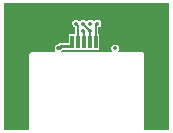
<source format=gbr>
G04*
G04 #@! TF.GenerationSoftware,Altium Limited,Altium Designer,24.4.1 (13)*
G04*
G04 Layer_Physical_Order=1*
G04 Layer_Color=255*
%FSLAX25Y25*%
%MOIN*%
G70*
G04*
G04 #@! TF.SameCoordinates,F927B958-9D11-4E75-AA6B-EB5E4B5E5899*
G04*
G04*
G04 #@! TF.FilePolarity,Positive*
G04*
G01*
G75*
%ADD11R,0.02362X0.03937*%
%ADD12R,0.01181X0.03937*%
%ADD17C,0.00591*%
%ADD18C,0.00984*%
%ADD19O,0.04724X0.07874*%
%ADD20O,0.04724X0.09449*%
%ADD21C,0.01378*%
G36*
X78740Y3150D02*
X70320D01*
Y28366D01*
X70133Y28818D01*
X69681Y29005D01*
X61896D01*
X61689Y29505D01*
X61754Y29570D01*
X61949Y30041D01*
Y30550D01*
X61754Y31020D01*
X61394Y31380D01*
X60924Y31575D01*
X60415D01*
X59945Y31380D01*
X59585Y31020D01*
X59390Y30550D01*
Y30041D01*
X59585Y29570D01*
X59650Y29505D01*
X59443Y29005D01*
X42919D01*
X42713Y29504D01*
X42716Y29509D01*
X42777Y29570D01*
X42814Y29660D01*
X42971Y29900D01*
X46162D01*
X46268Y29921D01*
X55315D01*
Y35039D01*
X55037D01*
Y37327D01*
X55449Y37498D01*
X55809Y37858D01*
X56004Y38328D01*
Y38837D01*
X55809Y39307D01*
X55449Y39667D01*
X54979Y39862D01*
X54470D01*
X54000Y39667D01*
X53870Y39538D01*
X53543Y39360D01*
X53217Y39538D01*
X53087Y39667D01*
X52617Y39862D01*
X52108D01*
X51637Y39667D01*
X51508Y39538D01*
X51181Y39360D01*
X50854Y39538D01*
X50725Y39667D01*
X50254Y39862D01*
X49746D01*
X49275Y39667D01*
X49145Y39538D01*
X48819Y39360D01*
X48492Y39538D01*
X48363Y39667D01*
X47892Y39862D01*
X47383D01*
X46913Y39667D01*
X46553Y39307D01*
X46358Y38837D01*
Y38328D01*
X46553Y37858D01*
X46913Y37498D01*
X47325Y37327D01*
Y35039D01*
X45079D01*
Y32108D01*
X42508D01*
X42085Y32024D01*
X41727Y31784D01*
X41517Y31575D01*
X41438D01*
X40968Y31380D01*
X40608Y31020D01*
X40413Y30550D01*
Y30041D01*
X40608Y29570D01*
X40673Y29505D01*
X40466Y29005D01*
X32681D01*
X32229Y28818D01*
X32042Y28366D01*
Y3150D01*
X23622D01*
Y45276D01*
X78740D01*
Y3150D01*
D02*
G37*
D11*
X42323Y42323D02*
D03*
X60039D02*
D03*
D12*
X56102Y32480D02*
D03*
X54134D02*
D03*
X52165D02*
D03*
X50197D02*
D03*
X48228D02*
D03*
X46260D02*
D03*
D17*
X50099Y32579D02*
X50197Y32480D01*
X50000Y36220D02*
X50099Y36122D01*
Y32579D02*
Y36122D01*
X52165Y32480D02*
X52264Y32579D01*
Y36122D02*
X52362Y36220D01*
X52264Y32579D02*
Y36122D01*
X50000Y38583D02*
X52362Y36220D01*
X47638Y38583D02*
X47638D01*
X48228Y32480D02*
Y37779D01*
X47638Y38583D02*
X47796Y38425D01*
X47789Y38219D02*
Y38418D01*
Y38219D02*
X48228Y37779D01*
X47789Y38418D02*
X47796Y38425D01*
X54134Y32480D02*
Y37779D01*
X54724Y38370D02*
Y38583D01*
X54134Y37779D02*
X54724Y38370D01*
D18*
X41693Y30295D02*
X41799D01*
X46162Y31004D02*
X46260Y31102D01*
Y32480D01*
X41799Y30295D02*
X42508Y31004D01*
X46162D01*
D19*
X73150Y27185D02*
D03*
X29213D02*
D03*
D20*
Y11437D02*
D03*
X73150D02*
D03*
D21*
X38544Y30906D02*
D03*
X50000Y36220D02*
D03*
Y38583D02*
D03*
X41693Y30295D02*
D03*
X60670D02*
D03*
X47638Y38583D02*
D03*
X52362Y36220D02*
D03*
Y38583D02*
D03*
X54724D02*
D03*
X63819Y30906D02*
D03*
M02*

</source>
